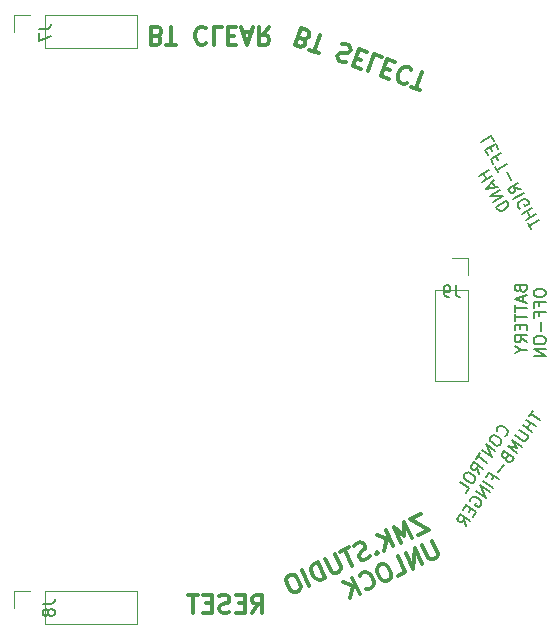
<source format=gbr>
G04 #@! TF.GenerationSoftware,KiCad,Pcbnew,9.0.2*
G04 #@! TF.CreationDate,2025-09-19T14:37:04-04:00*
G04 #@! TF.ProjectId,Trackball,54726163-6b62-4616-9c6c-2e6b69636164,rev?*
G04 #@! TF.SameCoordinates,Original*
G04 #@! TF.FileFunction,Legend,Bot*
G04 #@! TF.FilePolarity,Positive*
%FSLAX46Y46*%
G04 Gerber Fmt 4.6, Leading zero omitted, Abs format (unit mm)*
G04 Created by KiCad (PCBNEW 9.0.2) date 2025-09-19 14:37:04*
%MOMM*%
%LPD*%
G01*
G04 APERTURE LIST*
%ADD10C,0.300000*%
%ADD11C,0.150000*%
%ADD12C,0.120000*%
G04 APERTURE END LIST*
D10*
X75331125Y-77803174D02*
X75556918Y-77809343D01*
X75556918Y-77809343D02*
X75648469Y-77766652D01*
X75648469Y-77766652D02*
X75764450Y-77656840D01*
X75764450Y-77656840D02*
X75837740Y-77455477D01*
X75837740Y-77455477D02*
X75819479Y-77296806D01*
X75819479Y-77296806D02*
X75776788Y-77205255D01*
X75776788Y-77205255D02*
X75666976Y-77089274D01*
X75666976Y-77089274D02*
X75130009Y-76893834D01*
X75130009Y-76893834D02*
X74616979Y-78303373D01*
X74616979Y-78303373D02*
X75086825Y-78474383D01*
X75086825Y-78474383D02*
X75245497Y-78456122D01*
X75245497Y-78456122D02*
X75337048Y-78413431D01*
X75337048Y-78413431D02*
X75453029Y-78303619D01*
X75453029Y-78303619D02*
X75501889Y-78169377D01*
X75501889Y-78169377D02*
X75483628Y-78010705D01*
X75483628Y-78010705D02*
X75440937Y-77919155D01*
X75440937Y-77919155D02*
X75331125Y-77803174D01*
X75331125Y-77803174D02*
X74861279Y-77632164D01*
X75825155Y-78743113D02*
X76630606Y-79036273D01*
X76740911Y-77480154D02*
X76227881Y-78889693D01*
X78595866Y-78231315D02*
X78821658Y-78237484D01*
X78821658Y-78237484D02*
X79157263Y-78359634D01*
X79157263Y-78359634D02*
X79267075Y-78475615D01*
X79267075Y-78475615D02*
X79309766Y-78567166D01*
X79309766Y-78567166D02*
X79328027Y-78725838D01*
X79328027Y-78725838D02*
X79279166Y-78860080D01*
X79279166Y-78860080D02*
X79163186Y-78969891D01*
X79163186Y-78969891D02*
X79071635Y-79012582D01*
X79071635Y-79012582D02*
X78912963Y-79030843D01*
X78912963Y-79030843D02*
X78620049Y-79000244D01*
X78620049Y-79000244D02*
X78461377Y-79018505D01*
X78461377Y-79018505D02*
X78369827Y-79061196D01*
X78369827Y-79061196D02*
X78253846Y-79171008D01*
X78253846Y-79171008D02*
X78204986Y-79305249D01*
X78204986Y-79305249D02*
X78223246Y-79463921D01*
X78223246Y-79463921D02*
X78265937Y-79555472D01*
X78265937Y-79555472D02*
X78375749Y-79671453D01*
X78375749Y-79671453D02*
X78711354Y-79793603D01*
X78711354Y-79793603D02*
X78937146Y-79799772D01*
X79761104Y-79415554D02*
X80230950Y-79586564D01*
X80701043Y-78921524D02*
X80029834Y-78677224D01*
X80029834Y-78677224D02*
X79516804Y-80086763D01*
X79516804Y-80086763D02*
X80188013Y-80331063D01*
X81976341Y-79385695D02*
X81305132Y-79141394D01*
X81305132Y-79141394D02*
X80792101Y-80550933D01*
X82177457Y-80295035D02*
X82647303Y-80466045D01*
X83117396Y-79801005D02*
X82446187Y-79556705D01*
X82446187Y-79556705D02*
X81933157Y-80966244D01*
X81933157Y-80966244D02*
X82604366Y-81210544D01*
X84478075Y-80448277D02*
X84435384Y-80356726D01*
X84435384Y-80356726D02*
X84258452Y-80216315D01*
X84258452Y-80216315D02*
X84124210Y-80167455D01*
X84124210Y-80167455D02*
X83898417Y-80161286D01*
X83898417Y-80161286D02*
X83715315Y-80246668D01*
X83715315Y-80246668D02*
X83599334Y-80356479D01*
X83599334Y-80356479D02*
X83434493Y-80600533D01*
X83434493Y-80600533D02*
X83361203Y-80801896D01*
X83361203Y-80801896D02*
X83330604Y-81094809D01*
X83330604Y-81094809D02*
X83348865Y-81253481D01*
X83348865Y-81253481D02*
X83434247Y-81436583D01*
X83434247Y-81436583D02*
X83611180Y-81576994D01*
X83611180Y-81576994D02*
X83745421Y-81625854D01*
X83745421Y-81625854D02*
X83971214Y-81632023D01*
X83971214Y-81632023D02*
X84062765Y-81589332D01*
X84416630Y-81870154D02*
X85222081Y-82163314D01*
X85332386Y-80607195D02*
X84819356Y-82016734D01*
D11*
X92357812Y-111460391D02*
X92424133Y-111448697D01*
X92424133Y-111448697D02*
X92545079Y-111358988D01*
X92545079Y-111358988D02*
X92599706Y-111280974D01*
X92599706Y-111280974D02*
X92642638Y-111136639D01*
X92642638Y-111136639D02*
X92619250Y-111003998D01*
X92619250Y-111003998D02*
X92568549Y-110910365D01*
X92568549Y-110910365D02*
X92439833Y-110762105D01*
X92439833Y-110762105D02*
X92322811Y-110680165D01*
X92322811Y-110680165D02*
X92139469Y-110609920D01*
X92139469Y-110609920D02*
X92034141Y-110594301D01*
X92034141Y-110594301D02*
X91901501Y-110617689D01*
X91901501Y-110617689D02*
X91780554Y-110707397D01*
X91780554Y-110707397D02*
X91725927Y-110785412D01*
X91725927Y-110785412D02*
X91682995Y-110929747D01*
X91682995Y-110929747D02*
X91694689Y-110996067D01*
X91261604Y-111448535D02*
X91152351Y-111604564D01*
X91152351Y-111604564D02*
X91136732Y-111709892D01*
X91136732Y-111709892D02*
X91160120Y-111842532D01*
X91160120Y-111842532D02*
X91288836Y-111990792D01*
X91288836Y-111990792D02*
X91561887Y-112181984D01*
X91561887Y-112181984D02*
X91745229Y-112252230D01*
X91745229Y-112252230D02*
X91877869Y-112228842D01*
X91877869Y-112228842D02*
X91971503Y-112178140D01*
X91971503Y-112178140D02*
X92080756Y-112022111D01*
X92080756Y-112022111D02*
X92096375Y-111916784D01*
X92096375Y-111916784D02*
X92072987Y-111784143D01*
X92072987Y-111784143D02*
X91944271Y-111635883D01*
X91944271Y-111635883D02*
X91671220Y-111444691D01*
X91671220Y-111444691D02*
X91487878Y-111374446D01*
X91487878Y-111374446D02*
X91355237Y-111397834D01*
X91355237Y-111397834D02*
X91261604Y-111448535D01*
X91589119Y-112724242D02*
X90769967Y-112150665D01*
X90769967Y-112150665D02*
X91261361Y-113192329D01*
X91261361Y-113192329D02*
X90442209Y-112618752D01*
X90251017Y-112891803D02*
X89923259Y-113359890D01*
X90906290Y-113699423D02*
X90087138Y-113125846D01*
X90223461Y-114674604D02*
X90024580Y-114128422D01*
X90551218Y-114206517D02*
X89732066Y-113632941D01*
X89732066Y-113632941D02*
X89513561Y-113944998D01*
X89513561Y-113944998D02*
X89497942Y-114050326D01*
X89497942Y-114050326D02*
X89509636Y-114116647D01*
X89509636Y-114116647D02*
X89560337Y-114210280D01*
X89560337Y-114210280D02*
X89677359Y-114292220D01*
X89677359Y-114292220D02*
X89782687Y-114307839D01*
X89782687Y-114307839D02*
X89849007Y-114296145D01*
X89849007Y-114296145D02*
X89942641Y-114245443D01*
X89942641Y-114245443D02*
X90161146Y-113933385D01*
X89049237Y-114608122D02*
X88939985Y-114764151D01*
X88939985Y-114764151D02*
X88924366Y-114869478D01*
X88924366Y-114869478D02*
X88947754Y-115002119D01*
X88947754Y-115002119D02*
X89076470Y-115150379D01*
X89076470Y-115150379D02*
X89349520Y-115341571D01*
X89349520Y-115341571D02*
X89532862Y-115411816D01*
X89532862Y-115411816D02*
X89665503Y-115388428D01*
X89665503Y-115388428D02*
X89759137Y-115337727D01*
X89759137Y-115337727D02*
X89868389Y-115181698D01*
X89868389Y-115181698D02*
X89884008Y-115076370D01*
X89884008Y-115076370D02*
X89860620Y-114943730D01*
X89860620Y-114943730D02*
X89731905Y-114795470D01*
X89731905Y-114795470D02*
X89458854Y-114604278D01*
X89458854Y-114604278D02*
X89275512Y-114534032D01*
X89275512Y-114534032D02*
X89142871Y-114557420D01*
X89142871Y-114557420D02*
X89049237Y-114608122D01*
X89103621Y-116273901D02*
X89376752Y-115883828D01*
X89376752Y-115883828D02*
X88557600Y-115310252D01*
X94724475Y-109309893D02*
X94396718Y-109777980D01*
X95379749Y-110117513D02*
X94560597Y-109543937D01*
X95024677Y-110624608D02*
X94205525Y-110051031D01*
X94595598Y-110324163D02*
X94267840Y-110792250D01*
X94696919Y-111092694D02*
X93877767Y-110519118D01*
X93604636Y-110909190D02*
X94267759Y-111373514D01*
X94267759Y-111373514D02*
X94318460Y-111467148D01*
X94318460Y-111467148D02*
X94330154Y-111533468D01*
X94330154Y-111533468D02*
X94314535Y-111638796D01*
X94314535Y-111638796D02*
X94205282Y-111794825D01*
X94205282Y-111794825D02*
X94111649Y-111845526D01*
X94111649Y-111845526D02*
X94045328Y-111857220D01*
X94045328Y-111857220D02*
X93940001Y-111841601D01*
X93940001Y-111841601D02*
X93276878Y-111377277D01*
X93822898Y-112340926D02*
X93003746Y-111767350D01*
X93003746Y-111767350D02*
X93397663Y-112450098D01*
X93397663Y-112450098D02*
X92621362Y-112313451D01*
X92621362Y-112313451D02*
X93440514Y-112887027D01*
X92547111Y-113249706D02*
X92504178Y-113394040D01*
X92504178Y-113394040D02*
X92515872Y-113460361D01*
X92515872Y-113460361D02*
X92566574Y-113553994D01*
X92566574Y-113553994D02*
X92683595Y-113635934D01*
X92683595Y-113635934D02*
X92788923Y-113651553D01*
X92788923Y-113651553D02*
X92855243Y-113639859D01*
X92855243Y-113639859D02*
X92948877Y-113589158D01*
X92948877Y-113589158D02*
X93167382Y-113277100D01*
X93167382Y-113277100D02*
X92348230Y-112703523D01*
X92348230Y-112703523D02*
X92157038Y-112976574D01*
X92157038Y-112976574D02*
X92141419Y-113081902D01*
X92141419Y-113081902D02*
X92153113Y-113148222D01*
X92153113Y-113148222D02*
X92203814Y-113241856D01*
X92203814Y-113241856D02*
X92281829Y-113296482D01*
X92281829Y-113296482D02*
X92387157Y-113312101D01*
X92387157Y-113312101D02*
X92453477Y-113300407D01*
X92453477Y-113300407D02*
X92547111Y-113249706D01*
X92547111Y-113249706D02*
X92738303Y-112976655D01*
X92281748Y-113877746D02*
X91844737Y-114501862D01*
X91263392Y-115083046D02*
X91454584Y-114809995D01*
X91883664Y-115110440D02*
X91064512Y-114536863D01*
X91064512Y-114536863D02*
X90791380Y-114926936D01*
X91392027Y-115812570D02*
X90572875Y-115238994D01*
X91118895Y-116202642D02*
X90299743Y-115629066D01*
X90299743Y-115629066D02*
X90791137Y-116670729D01*
X90791137Y-116670729D02*
X89971985Y-116097153D01*
X89437416Y-116943618D02*
X89453035Y-116838290D01*
X89453035Y-116838290D02*
X89534975Y-116721269D01*
X89534975Y-116721269D02*
X89655921Y-116631560D01*
X89655921Y-116631560D02*
X89788562Y-116608172D01*
X89788562Y-116608172D02*
X89893890Y-116623791D01*
X89893890Y-116623791D02*
X90077232Y-116694036D01*
X90077232Y-116694036D02*
X90194254Y-116775976D01*
X90194254Y-116775976D02*
X90322970Y-116924236D01*
X90322970Y-116924236D02*
X90373671Y-117017869D01*
X90373671Y-117017869D02*
X90397059Y-117150510D01*
X90397059Y-117150510D02*
X90354127Y-117294845D01*
X90354127Y-117294845D02*
X90299500Y-117372859D01*
X90299500Y-117372859D02*
X90178554Y-117462568D01*
X90178554Y-117462568D02*
X90112233Y-117474262D01*
X90112233Y-117474262D02*
X89839183Y-117283070D01*
X89839183Y-117283070D02*
X89948435Y-117127041D01*
X89515350Y-117579509D02*
X89324158Y-117852559D01*
X89671298Y-118270026D02*
X89944429Y-117879954D01*
X89944429Y-117879954D02*
X89125277Y-117306377D01*
X89125277Y-117306377D02*
X88852146Y-117696450D01*
X89097721Y-119089178D02*
X88898841Y-118542996D01*
X89425479Y-118621091D02*
X88606327Y-118047515D01*
X88606327Y-118047515D02*
X88387822Y-118359573D01*
X88387822Y-118359573D02*
X88372203Y-118464900D01*
X88372203Y-118464900D02*
X88383897Y-118531221D01*
X88383897Y-118531221D02*
X88434598Y-118624854D01*
X88434598Y-118624854D02*
X88551620Y-118706794D01*
X88551620Y-118706794D02*
X88656948Y-118722413D01*
X88656948Y-118722413D02*
X88723268Y-118710719D01*
X88723268Y-118710719D02*
X88816901Y-118660017D01*
X88816901Y-118660017D02*
X89035407Y-118347960D01*
D10*
X62935714Y-77584885D02*
X63150000Y-77513457D01*
X63150000Y-77513457D02*
X63221429Y-77442028D01*
X63221429Y-77442028D02*
X63292857Y-77299171D01*
X63292857Y-77299171D02*
X63292857Y-77084885D01*
X63292857Y-77084885D02*
X63221429Y-76942028D01*
X63221429Y-76942028D02*
X63150000Y-76870600D01*
X63150000Y-76870600D02*
X63007143Y-76799171D01*
X63007143Y-76799171D02*
X62435714Y-76799171D01*
X62435714Y-76799171D02*
X62435714Y-78299171D01*
X62435714Y-78299171D02*
X62935714Y-78299171D01*
X62935714Y-78299171D02*
X63078572Y-78227742D01*
X63078572Y-78227742D02*
X63150000Y-78156314D01*
X63150000Y-78156314D02*
X63221429Y-78013457D01*
X63221429Y-78013457D02*
X63221429Y-77870600D01*
X63221429Y-77870600D02*
X63150000Y-77727742D01*
X63150000Y-77727742D02*
X63078572Y-77656314D01*
X63078572Y-77656314D02*
X62935714Y-77584885D01*
X62935714Y-77584885D02*
X62435714Y-77584885D01*
X63721429Y-78299171D02*
X64578572Y-78299171D01*
X64150000Y-76799171D02*
X64150000Y-78299171D01*
X67078571Y-76942028D02*
X67007143Y-76870600D01*
X67007143Y-76870600D02*
X66792857Y-76799171D01*
X66792857Y-76799171D02*
X66650000Y-76799171D01*
X66650000Y-76799171D02*
X66435714Y-76870600D01*
X66435714Y-76870600D02*
X66292857Y-77013457D01*
X66292857Y-77013457D02*
X66221428Y-77156314D01*
X66221428Y-77156314D02*
X66150000Y-77442028D01*
X66150000Y-77442028D02*
X66150000Y-77656314D01*
X66150000Y-77656314D02*
X66221428Y-77942028D01*
X66221428Y-77942028D02*
X66292857Y-78084885D01*
X66292857Y-78084885D02*
X66435714Y-78227742D01*
X66435714Y-78227742D02*
X66650000Y-78299171D01*
X66650000Y-78299171D02*
X66792857Y-78299171D01*
X66792857Y-78299171D02*
X67007143Y-78227742D01*
X67007143Y-78227742D02*
X67078571Y-78156314D01*
X68435714Y-76799171D02*
X67721428Y-76799171D01*
X67721428Y-76799171D02*
X67721428Y-78299171D01*
X68935714Y-77584885D02*
X69435714Y-77584885D01*
X69650000Y-76799171D02*
X68935714Y-76799171D01*
X68935714Y-76799171D02*
X68935714Y-78299171D01*
X68935714Y-78299171D02*
X69650000Y-78299171D01*
X70221429Y-77227742D02*
X70935715Y-77227742D01*
X70078572Y-76799171D02*
X70578572Y-78299171D01*
X70578572Y-78299171D02*
X71078572Y-76799171D01*
X72435714Y-76799171D02*
X71935714Y-77513457D01*
X71578571Y-76799171D02*
X71578571Y-78299171D01*
X71578571Y-78299171D02*
X72150000Y-78299171D01*
X72150000Y-78299171D02*
X72292857Y-78227742D01*
X72292857Y-78227742D02*
X72364286Y-78156314D01*
X72364286Y-78156314D02*
X72435714Y-78013457D01*
X72435714Y-78013457D02*
X72435714Y-77799171D01*
X72435714Y-77799171D02*
X72364286Y-77656314D01*
X72364286Y-77656314D02*
X72292857Y-77584885D01*
X72292857Y-77584885D02*
X72150000Y-77513457D01*
X72150000Y-77513457D02*
X71578571Y-77513457D01*
D11*
X91023960Y-88964828D02*
X90157935Y-89464828D01*
X90570328Y-89226733D02*
X90856042Y-89721604D01*
X91309674Y-89459699D02*
X90443649Y-89959699D01*
X91276524Y-89973710D02*
X91514619Y-90386103D01*
X91476341Y-89748375D02*
X90776982Y-90537050D01*
X90776982Y-90537050D02*
X91809674Y-90325725D01*
X91976341Y-90614400D02*
X91110316Y-91114400D01*
X91110316Y-91114400D02*
X92262055Y-91109272D01*
X92262055Y-91109272D02*
X91396030Y-91609272D01*
X92500151Y-91521665D02*
X91634125Y-92021665D01*
X91634125Y-92021665D02*
X91753173Y-92227861D01*
X91753173Y-92227861D02*
X91865841Y-92327770D01*
X91865841Y-92327770D02*
X91995938Y-92362629D01*
X91995938Y-92362629D02*
X92102226Y-92356249D01*
X92102226Y-92356249D02*
X92290993Y-92302251D01*
X92290993Y-92302251D02*
X92414711Y-92230822D01*
X92414711Y-92230822D02*
X92555859Y-92094345D01*
X92555859Y-92094345D02*
X92614528Y-92005486D01*
X92614528Y-92005486D02*
X92649387Y-91875389D01*
X92649387Y-91875389D02*
X92619198Y-91727861D01*
X92619198Y-91727861D02*
X92500151Y-91521665D01*
X91430117Y-86448425D02*
X91192022Y-86036032D01*
X91192022Y-86036032D02*
X90325996Y-86536032D01*
X91143151Y-86999005D02*
X91309818Y-87287680D01*
X91834879Y-87149493D02*
X91596784Y-86737100D01*
X91596784Y-86737100D02*
X90730758Y-87237100D01*
X90730758Y-87237100D02*
X90968853Y-87649493D01*
X91762199Y-88071227D02*
X91595532Y-87782551D01*
X92049165Y-87520647D02*
X91183139Y-88020647D01*
X91183139Y-88020647D02*
X91421234Y-88433040D01*
X91540282Y-88639236D02*
X91825996Y-89134108D01*
X92549165Y-88386672D02*
X91683139Y-88886672D01*
X92528774Y-89113260D02*
X92909727Y-89773089D01*
X93763450Y-90489877D02*
X93184391Y-90439297D01*
X93477736Y-89995005D02*
X92611711Y-90495005D01*
X92611711Y-90495005D02*
X92802187Y-90824920D01*
X92802187Y-90824920D02*
X92891045Y-90883589D01*
X92891045Y-90883589D02*
X92956094Y-90901018D01*
X92956094Y-90901018D02*
X93062382Y-90894639D01*
X93062382Y-90894639D02*
X93186100Y-90823210D01*
X93186100Y-90823210D02*
X93244769Y-90734352D01*
X93244769Y-90734352D02*
X93262199Y-90669303D01*
X93262199Y-90669303D02*
X93255819Y-90563015D01*
X93255819Y-90563015D02*
X93065343Y-90233100D01*
X93977736Y-90861031D02*
X93111711Y-91361031D01*
X93652950Y-92203246D02*
X93564091Y-92144577D01*
X93564091Y-92144577D02*
X93492663Y-92020859D01*
X93492663Y-92020859D02*
X93462474Y-91873332D01*
X93462474Y-91873332D02*
X93497333Y-91743234D01*
X93497333Y-91743234D02*
X93556002Y-91654376D01*
X93556002Y-91654376D02*
X93697150Y-91517898D01*
X93697150Y-91517898D02*
X93820868Y-91446470D01*
X93820868Y-91446470D02*
X94009635Y-91392471D01*
X94009635Y-91392471D02*
X94115923Y-91386091D01*
X94115923Y-91386091D02*
X94246020Y-91420951D01*
X94246020Y-91420951D02*
X94358688Y-91520859D01*
X94358688Y-91520859D02*
X94406307Y-91603338D01*
X94406307Y-91603338D02*
X94436497Y-91750865D01*
X94436497Y-91750865D02*
X94419067Y-91815914D01*
X94419067Y-91815914D02*
X94130392Y-91982581D01*
X94130392Y-91982581D02*
X94035154Y-91817623D01*
X94715831Y-92139449D02*
X93849806Y-92639449D01*
X94262199Y-92401353D02*
X94547913Y-92896225D01*
X95001545Y-92634320D02*
X94135520Y-93134320D01*
X94302187Y-93422995D02*
X94587901Y-93917867D01*
X95311069Y-93170431D02*
X94445044Y-93670431D01*
X93693208Y-98980047D02*
X93740827Y-99122904D01*
X93740827Y-99122904D02*
X93788446Y-99170523D01*
X93788446Y-99170523D02*
X93883684Y-99218142D01*
X93883684Y-99218142D02*
X94026541Y-99218142D01*
X94026541Y-99218142D02*
X94121779Y-99170523D01*
X94121779Y-99170523D02*
X94169399Y-99122904D01*
X94169399Y-99122904D02*
X94217018Y-99027666D01*
X94217018Y-99027666D02*
X94217018Y-98646714D01*
X94217018Y-98646714D02*
X93217018Y-98646714D01*
X93217018Y-98646714D02*
X93217018Y-98980047D01*
X93217018Y-98980047D02*
X93264637Y-99075285D01*
X93264637Y-99075285D02*
X93312256Y-99122904D01*
X93312256Y-99122904D02*
X93407494Y-99170523D01*
X93407494Y-99170523D02*
X93502732Y-99170523D01*
X93502732Y-99170523D02*
X93597970Y-99122904D01*
X93597970Y-99122904D02*
X93645589Y-99075285D01*
X93645589Y-99075285D02*
X93693208Y-98980047D01*
X93693208Y-98980047D02*
X93693208Y-98646714D01*
X93931303Y-99599095D02*
X93931303Y-100075285D01*
X94217018Y-99503857D02*
X93217018Y-99837190D01*
X93217018Y-99837190D02*
X94217018Y-100170523D01*
X93217018Y-100361000D02*
X93217018Y-100932428D01*
X94217018Y-100646714D02*
X93217018Y-100646714D01*
X93217018Y-101122905D02*
X93217018Y-101694333D01*
X94217018Y-101408619D02*
X93217018Y-101408619D01*
X93693208Y-102027667D02*
X93693208Y-102361000D01*
X94217018Y-102503857D02*
X94217018Y-102027667D01*
X94217018Y-102027667D02*
X93217018Y-102027667D01*
X93217018Y-102027667D02*
X93217018Y-102503857D01*
X94217018Y-103503857D02*
X93740827Y-103170524D01*
X94217018Y-102932429D02*
X93217018Y-102932429D01*
X93217018Y-102932429D02*
X93217018Y-103313381D01*
X93217018Y-103313381D02*
X93264637Y-103408619D01*
X93264637Y-103408619D02*
X93312256Y-103456238D01*
X93312256Y-103456238D02*
X93407494Y-103503857D01*
X93407494Y-103503857D02*
X93550351Y-103503857D01*
X93550351Y-103503857D02*
X93645589Y-103456238D01*
X93645589Y-103456238D02*
X93693208Y-103408619D01*
X93693208Y-103408619D02*
X93740827Y-103313381D01*
X93740827Y-103313381D02*
X93740827Y-102932429D01*
X93740827Y-104122905D02*
X94217018Y-104122905D01*
X93217018Y-103789572D02*
X93740827Y-104122905D01*
X93740827Y-104122905D02*
X93217018Y-104456238D01*
X94826962Y-99241952D02*
X94826962Y-99432428D01*
X94826962Y-99432428D02*
X94874581Y-99527666D01*
X94874581Y-99527666D02*
X94969819Y-99622904D01*
X94969819Y-99622904D02*
X95160295Y-99670523D01*
X95160295Y-99670523D02*
X95493628Y-99670523D01*
X95493628Y-99670523D02*
X95684104Y-99622904D01*
X95684104Y-99622904D02*
X95779343Y-99527666D01*
X95779343Y-99527666D02*
X95826962Y-99432428D01*
X95826962Y-99432428D02*
X95826962Y-99241952D01*
X95826962Y-99241952D02*
X95779343Y-99146714D01*
X95779343Y-99146714D02*
X95684104Y-99051476D01*
X95684104Y-99051476D02*
X95493628Y-99003857D01*
X95493628Y-99003857D02*
X95160295Y-99003857D01*
X95160295Y-99003857D02*
X94969819Y-99051476D01*
X94969819Y-99051476D02*
X94874581Y-99146714D01*
X94874581Y-99146714D02*
X94826962Y-99241952D01*
X95303152Y-100432428D02*
X95303152Y-100099095D01*
X95826962Y-100099095D02*
X94826962Y-100099095D01*
X94826962Y-100099095D02*
X94826962Y-100575285D01*
X95303152Y-101289571D02*
X95303152Y-100956238D01*
X95826962Y-100956238D02*
X94826962Y-100956238D01*
X94826962Y-100956238D02*
X94826962Y-101432428D01*
X95446009Y-101813381D02*
X95446009Y-102575286D01*
X94826962Y-103241952D02*
X94826962Y-103432428D01*
X94826962Y-103432428D02*
X94874581Y-103527666D01*
X94874581Y-103527666D02*
X94969819Y-103622904D01*
X94969819Y-103622904D02*
X95160295Y-103670523D01*
X95160295Y-103670523D02*
X95493628Y-103670523D01*
X95493628Y-103670523D02*
X95684104Y-103622904D01*
X95684104Y-103622904D02*
X95779343Y-103527666D01*
X95779343Y-103527666D02*
X95826962Y-103432428D01*
X95826962Y-103432428D02*
X95826962Y-103241952D01*
X95826962Y-103241952D02*
X95779343Y-103146714D01*
X95779343Y-103146714D02*
X95684104Y-103051476D01*
X95684104Y-103051476D02*
X95493628Y-103003857D01*
X95493628Y-103003857D02*
X95160295Y-103003857D01*
X95160295Y-103003857D02*
X94969819Y-103051476D01*
X94969819Y-103051476D02*
X94874581Y-103146714D01*
X94874581Y-103146714D02*
X94826962Y-103241952D01*
X95826962Y-104099095D02*
X94826962Y-104099095D01*
X94826962Y-104099095D02*
X95826962Y-104670523D01*
X95826962Y-104670523D02*
X94826962Y-104670523D01*
D10*
X85288226Y-118045343D02*
X84381918Y-118467961D01*
X84381918Y-118467961D02*
X85922153Y-119404804D01*
X85922153Y-119404804D02*
X85015845Y-119827423D01*
X84497955Y-120068918D02*
X83864028Y-118709457D01*
X83864028Y-118709457D02*
X83863679Y-119891810D01*
X83863679Y-119891810D02*
X82957720Y-119132075D01*
X82957720Y-119132075D02*
X83591648Y-120491537D01*
X82944285Y-120793407D02*
X82310357Y-119433945D01*
X82167449Y-121155651D02*
X82387832Y-120107133D01*
X81533522Y-119796190D02*
X82672602Y-120210781D01*
X81524449Y-121297862D02*
X81489900Y-121392785D01*
X81489900Y-121392785D02*
X81584823Y-121427334D01*
X81584823Y-121427334D02*
X81619372Y-121332411D01*
X81619372Y-121332411D02*
X81524449Y-121297862D01*
X81524449Y-121297862D02*
X81584823Y-121427334D01*
X80972009Y-121634281D02*
X80807988Y-121789579D01*
X80807988Y-121789579D02*
X80484306Y-121940514D01*
X80484306Y-121940514D02*
X80324647Y-121936152D01*
X80324647Y-121936152D02*
X80229723Y-121901602D01*
X80229723Y-121901602D02*
X80104613Y-121802317D01*
X80104613Y-121802317D02*
X80044239Y-121672844D01*
X80044239Y-121672844D02*
X80048601Y-121513185D01*
X80048601Y-121513185D02*
X80083150Y-121418261D01*
X80083150Y-121418261D02*
X80182436Y-121293151D01*
X80182436Y-121293151D02*
X80411194Y-121107667D01*
X80411194Y-121107667D02*
X80510480Y-120982557D01*
X80510480Y-120982557D02*
X80545029Y-120887633D01*
X80545029Y-120887633D02*
X80549391Y-120727974D01*
X80549391Y-120727974D02*
X80489017Y-120598501D01*
X80489017Y-120598501D02*
X80363907Y-120499216D01*
X80363907Y-120499216D02*
X80268983Y-120464666D01*
X80268983Y-120464666D02*
X80109324Y-120460304D01*
X80109324Y-120460304D02*
X79785643Y-120611239D01*
X79785643Y-120611239D02*
X79621621Y-120766537D01*
X79203016Y-120882922D02*
X78426181Y-121245166D01*
X79448526Y-122423506D02*
X78814599Y-121064044D01*
X77973027Y-121456476D02*
X78486207Y-122556992D01*
X78486207Y-122556992D02*
X78481845Y-122716652D01*
X78481845Y-122716652D02*
X78447295Y-122811575D01*
X78447295Y-122811575D02*
X78348010Y-122936685D01*
X78348010Y-122936685D02*
X78089065Y-123057433D01*
X78089065Y-123057433D02*
X77929405Y-123053071D01*
X77929405Y-123053071D02*
X77834482Y-123018522D01*
X77834482Y-123018522D02*
X77709372Y-122919236D01*
X77709372Y-122919236D02*
X77196192Y-121818720D01*
X77182757Y-123480052D02*
X76548829Y-122120590D01*
X76548829Y-122120590D02*
X76225148Y-122271525D01*
X76225148Y-122271525D02*
X76061126Y-122426823D01*
X76061126Y-122426823D02*
X75992027Y-122616669D01*
X75992027Y-122616669D02*
X75987665Y-122776329D01*
X75987665Y-122776329D02*
X76043677Y-123065461D01*
X76043677Y-123065461D02*
X76134238Y-123259670D01*
X76134238Y-123259670D02*
X76319722Y-123488428D01*
X76319722Y-123488428D02*
X76444833Y-123587713D01*
X76444833Y-123587713D02*
X76634679Y-123656812D01*
X76634679Y-123656812D02*
X76859075Y-123630987D01*
X76859075Y-123630987D02*
X77182757Y-123480052D01*
X75823295Y-124113979D02*
X75189367Y-122754517D01*
X74283059Y-123177136D02*
X74024114Y-123297884D01*
X74024114Y-123297884D02*
X73924829Y-123422994D01*
X73924829Y-123422994D02*
X73855730Y-123612841D01*
X73855730Y-123612841D02*
X73911742Y-123901973D01*
X73911742Y-123901973D02*
X74123051Y-124355127D01*
X74123051Y-124355127D02*
X74308536Y-124583885D01*
X74308536Y-124583885D02*
X74498382Y-124652983D01*
X74498382Y-124652983D02*
X74658042Y-124657346D01*
X74658042Y-124657346D02*
X74916987Y-124536598D01*
X74916987Y-124536598D02*
X75016272Y-124411487D01*
X75016272Y-124411487D02*
X75085371Y-124221641D01*
X75085371Y-124221641D02*
X75029359Y-123932509D01*
X75029359Y-123932509D02*
X74818050Y-123479355D01*
X74818050Y-123479355D02*
X74632566Y-123250597D01*
X74632566Y-123250597D02*
X74442719Y-123181498D01*
X74442719Y-123181498D02*
X74283059Y-123177136D01*
X86179341Y-120294374D02*
X86692520Y-121394890D01*
X86692520Y-121394890D02*
X86688158Y-121554550D01*
X86688158Y-121554550D02*
X86653609Y-121649473D01*
X86653609Y-121649473D02*
X86554323Y-121774583D01*
X86554323Y-121774583D02*
X86295378Y-121895331D01*
X86295378Y-121895331D02*
X86135719Y-121890969D01*
X86135719Y-121890969D02*
X86040795Y-121856420D01*
X86040795Y-121856420D02*
X85915685Y-121757134D01*
X85915685Y-121757134D02*
X85402506Y-120656618D01*
X85389070Y-122317950D02*
X84755143Y-120958488D01*
X84755143Y-120958488D02*
X84612235Y-122680194D01*
X84612235Y-122680194D02*
X83978308Y-121320732D01*
X83317509Y-123283935D02*
X83964872Y-122982064D01*
X83964872Y-122982064D02*
X83330944Y-121622603D01*
X81971482Y-122256530D02*
X81712537Y-122377278D01*
X81712537Y-122377278D02*
X81613252Y-122502389D01*
X81613252Y-122502389D02*
X81544153Y-122692235D01*
X81544153Y-122692235D02*
X81600165Y-122981367D01*
X81600165Y-122981367D02*
X81811474Y-123434521D01*
X81811474Y-123434521D02*
X81996959Y-123663279D01*
X81996959Y-123663279D02*
X82186805Y-123732378D01*
X82186805Y-123732378D02*
X82346465Y-123736740D01*
X82346465Y-123736740D02*
X82605410Y-123615992D01*
X82605410Y-123615992D02*
X82704695Y-123490882D01*
X82704695Y-123490882D02*
X82773794Y-123301035D01*
X82773794Y-123301035D02*
X82717782Y-123011903D01*
X82717782Y-123011903D02*
X82506473Y-122558749D01*
X82506473Y-122558749D02*
X82320989Y-122329991D01*
X82320989Y-122329991D02*
X82131142Y-122260893D01*
X82131142Y-122260893D02*
X81971482Y-122256530D01*
X80602947Y-124392130D02*
X80697871Y-124426679D01*
X80697871Y-124426679D02*
X80922266Y-124400855D01*
X80922266Y-124400855D02*
X81051739Y-124340481D01*
X81051739Y-124340481D02*
X81215761Y-124185183D01*
X81215761Y-124185183D02*
X81284859Y-123995337D01*
X81284859Y-123995337D02*
X81289222Y-123835677D01*
X81289222Y-123835677D02*
X81233210Y-123546545D01*
X81233210Y-123546545D02*
X81142649Y-123352336D01*
X81142649Y-123352336D02*
X80957164Y-123123578D01*
X80957164Y-123123578D02*
X80832054Y-123024293D01*
X80832054Y-123024293D02*
X80642207Y-122955194D01*
X80642207Y-122955194D02*
X80417812Y-122981019D01*
X80417812Y-122981019D02*
X80288339Y-123041393D01*
X80288339Y-123041393D02*
X80124317Y-123196690D01*
X80124317Y-123196690D02*
X80089768Y-123291614D01*
X80080695Y-124793286D02*
X79446768Y-123433824D01*
X79303860Y-125155530D02*
X79524242Y-124107012D01*
X78669932Y-123796068D02*
X79809012Y-124210659D01*
X70988346Y-126400828D02*
X71488346Y-125686542D01*
X71845489Y-126400828D02*
X71845489Y-124900828D01*
X71845489Y-124900828D02*
X71274060Y-124900828D01*
X71274060Y-124900828D02*
X71131203Y-124972257D01*
X71131203Y-124972257D02*
X71059774Y-125043685D01*
X71059774Y-125043685D02*
X70988346Y-125186542D01*
X70988346Y-125186542D02*
X70988346Y-125400828D01*
X70988346Y-125400828D02*
X71059774Y-125543685D01*
X71059774Y-125543685D02*
X71131203Y-125615114D01*
X71131203Y-125615114D02*
X71274060Y-125686542D01*
X71274060Y-125686542D02*
X71845489Y-125686542D01*
X70345489Y-125615114D02*
X69845489Y-125615114D01*
X69631203Y-126400828D02*
X70345489Y-126400828D01*
X70345489Y-126400828D02*
X70345489Y-124900828D01*
X70345489Y-124900828D02*
X69631203Y-124900828D01*
X69059774Y-126329400D02*
X68845489Y-126400828D01*
X68845489Y-126400828D02*
X68488346Y-126400828D01*
X68488346Y-126400828D02*
X68345489Y-126329400D01*
X68345489Y-126329400D02*
X68274060Y-126257971D01*
X68274060Y-126257971D02*
X68202631Y-126115114D01*
X68202631Y-126115114D02*
X68202631Y-125972257D01*
X68202631Y-125972257D02*
X68274060Y-125829400D01*
X68274060Y-125829400D02*
X68345489Y-125757971D01*
X68345489Y-125757971D02*
X68488346Y-125686542D01*
X68488346Y-125686542D02*
X68774060Y-125615114D01*
X68774060Y-125615114D02*
X68916917Y-125543685D01*
X68916917Y-125543685D02*
X68988346Y-125472257D01*
X68988346Y-125472257D02*
X69059774Y-125329400D01*
X69059774Y-125329400D02*
X69059774Y-125186542D01*
X69059774Y-125186542D02*
X68988346Y-125043685D01*
X68988346Y-125043685D02*
X68916917Y-124972257D01*
X68916917Y-124972257D02*
X68774060Y-124900828D01*
X68774060Y-124900828D02*
X68416917Y-124900828D01*
X68416917Y-124900828D02*
X68202631Y-124972257D01*
X67559775Y-125615114D02*
X67059775Y-125615114D01*
X66845489Y-126400828D02*
X67559775Y-126400828D01*
X67559775Y-126400828D02*
X67559775Y-124900828D01*
X67559775Y-124900828D02*
X66845489Y-124900828D01*
X66416917Y-124900828D02*
X65559775Y-124900828D01*
X65988346Y-126400828D02*
X65988346Y-124900828D01*
D11*
X88209333Y-98654819D02*
X88209333Y-99369104D01*
X88209333Y-99369104D02*
X88256952Y-99511961D01*
X88256952Y-99511961D02*
X88352190Y-99607200D01*
X88352190Y-99607200D02*
X88495047Y-99654819D01*
X88495047Y-99654819D02*
X88590285Y-99654819D01*
X87685523Y-99654819D02*
X87495047Y-99654819D01*
X87495047Y-99654819D02*
X87399809Y-99607200D01*
X87399809Y-99607200D02*
X87352190Y-99559580D01*
X87352190Y-99559580D02*
X87256952Y-99416723D01*
X87256952Y-99416723D02*
X87209333Y-99226247D01*
X87209333Y-99226247D02*
X87209333Y-98845295D01*
X87209333Y-98845295D02*
X87256952Y-98750057D01*
X87256952Y-98750057D02*
X87304571Y-98702438D01*
X87304571Y-98702438D02*
X87399809Y-98654819D01*
X87399809Y-98654819D02*
X87590285Y-98654819D01*
X87590285Y-98654819D02*
X87685523Y-98702438D01*
X87685523Y-98702438D02*
X87733142Y-98750057D01*
X87733142Y-98750057D02*
X87780761Y-98845295D01*
X87780761Y-98845295D02*
X87780761Y-99083390D01*
X87780761Y-99083390D02*
X87733142Y-99178628D01*
X87733142Y-99178628D02*
X87685523Y-99226247D01*
X87685523Y-99226247D02*
X87590285Y-99273866D01*
X87590285Y-99273866D02*
X87399809Y-99273866D01*
X87399809Y-99273866D02*
X87304571Y-99226247D01*
X87304571Y-99226247D02*
X87256952Y-99178628D01*
X87256952Y-99178628D02*
X87209333Y-99083390D01*
X53254819Y-125666666D02*
X53969104Y-125666666D01*
X53969104Y-125666666D02*
X54111961Y-125619047D01*
X54111961Y-125619047D02*
X54207200Y-125523809D01*
X54207200Y-125523809D02*
X54254819Y-125380952D01*
X54254819Y-125380952D02*
X54254819Y-125285714D01*
X53683390Y-126285714D02*
X53635771Y-126190476D01*
X53635771Y-126190476D02*
X53588152Y-126142857D01*
X53588152Y-126142857D02*
X53492914Y-126095238D01*
X53492914Y-126095238D02*
X53445295Y-126095238D01*
X53445295Y-126095238D02*
X53350057Y-126142857D01*
X53350057Y-126142857D02*
X53302438Y-126190476D01*
X53302438Y-126190476D02*
X53254819Y-126285714D01*
X53254819Y-126285714D02*
X53254819Y-126476190D01*
X53254819Y-126476190D02*
X53302438Y-126571428D01*
X53302438Y-126571428D02*
X53350057Y-126619047D01*
X53350057Y-126619047D02*
X53445295Y-126666666D01*
X53445295Y-126666666D02*
X53492914Y-126666666D01*
X53492914Y-126666666D02*
X53588152Y-126619047D01*
X53588152Y-126619047D02*
X53635771Y-126571428D01*
X53635771Y-126571428D02*
X53683390Y-126476190D01*
X53683390Y-126476190D02*
X53683390Y-126285714D01*
X53683390Y-126285714D02*
X53731009Y-126190476D01*
X53731009Y-126190476D02*
X53778628Y-126142857D01*
X53778628Y-126142857D02*
X53873866Y-126095238D01*
X53873866Y-126095238D02*
X54064342Y-126095238D01*
X54064342Y-126095238D02*
X54159580Y-126142857D01*
X54159580Y-126142857D02*
X54207200Y-126190476D01*
X54207200Y-126190476D02*
X54254819Y-126285714D01*
X54254819Y-126285714D02*
X54254819Y-126476190D01*
X54254819Y-126476190D02*
X54207200Y-126571428D01*
X54207200Y-126571428D02*
X54159580Y-126619047D01*
X54159580Y-126619047D02*
X54064342Y-126666666D01*
X54064342Y-126666666D02*
X53873866Y-126666666D01*
X53873866Y-126666666D02*
X53778628Y-126619047D01*
X53778628Y-126619047D02*
X53731009Y-126571428D01*
X53731009Y-126571428D02*
X53683390Y-126476190D01*
X52954819Y-76966666D02*
X53669104Y-76966666D01*
X53669104Y-76966666D02*
X53811961Y-76919047D01*
X53811961Y-76919047D02*
X53907200Y-76823809D01*
X53907200Y-76823809D02*
X53954819Y-76680952D01*
X53954819Y-76680952D02*
X53954819Y-76585714D01*
X52954819Y-77347619D02*
X52954819Y-78014285D01*
X52954819Y-78014285D02*
X53954819Y-77585714D01*
D12*
X86496000Y-99060000D02*
X86496000Y-106790000D01*
X89256000Y-96410000D02*
X87876000Y-96410000D01*
X89256000Y-97790000D02*
X89256000Y-96410000D01*
X89256000Y-99060000D02*
X86496000Y-99060000D01*
X89256000Y-99060000D02*
X89256000Y-106790000D01*
X89256000Y-106790000D02*
X86496000Y-106790000D01*
X50828000Y-124604000D02*
X50828000Y-125984000D01*
X52208000Y-124604000D02*
X50828000Y-124604000D01*
X53478000Y-124604000D02*
X53478000Y-127364000D01*
X53478000Y-124604000D02*
X61208000Y-124604000D01*
X53478000Y-127364000D02*
X61208000Y-127364000D01*
X61208000Y-124604000D02*
X61208000Y-127364000D01*
X50828000Y-75836000D02*
X50828000Y-77216000D01*
X52208000Y-75836000D02*
X50828000Y-75836000D01*
X53478000Y-75836000D02*
X53478000Y-78596000D01*
X53478000Y-75836000D02*
X61208000Y-75836000D01*
X53478000Y-78596000D02*
X61208000Y-78596000D01*
X61208000Y-75836000D02*
X61208000Y-78596000D01*
M02*

</source>
